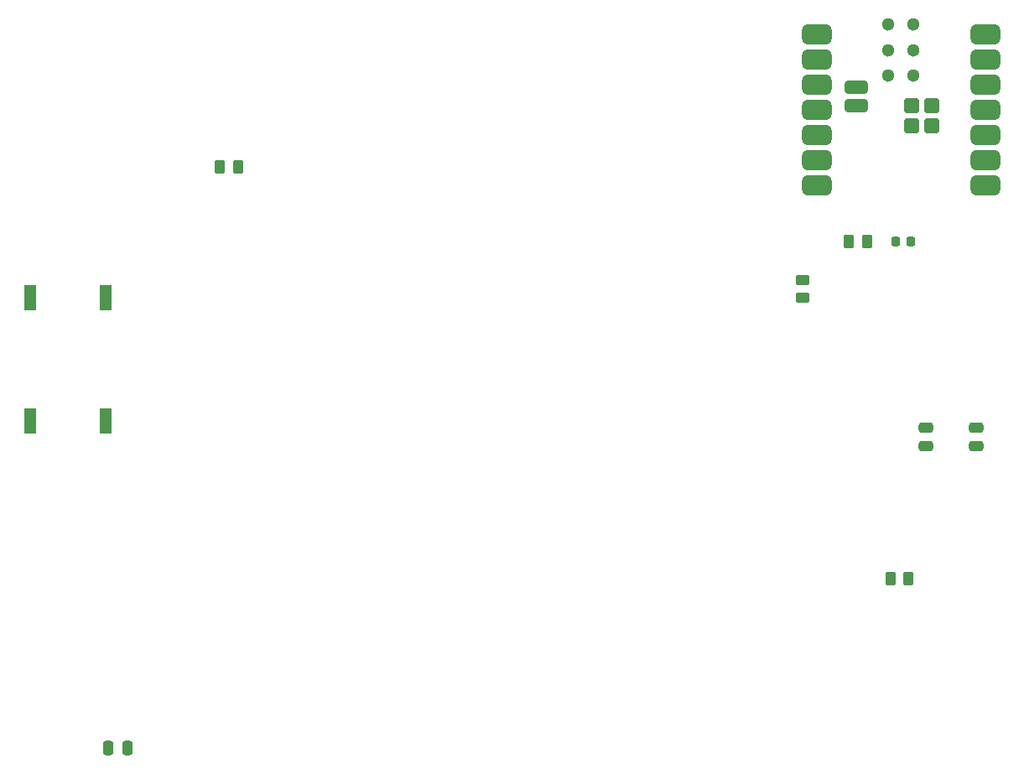
<source format=gbr>
%TF.GenerationSoftware,KiCad,Pcbnew,8.0.8*%
%TF.CreationDate,2025-02-26T13:49:19-08:00*%
%TF.ProjectId,pLUFsPCB,704c5546-7350-4434-922e-6b696361645f,1*%
%TF.SameCoordinates,Original*%
%TF.FileFunction,Paste,Top*%
%TF.FilePolarity,Positive*%
%FSLAX46Y46*%
G04 Gerber Fmt 4.6, Leading zero omitted, Abs format (unit mm)*
G04 Created by KiCad (PCBNEW 8.0.8) date 2025-02-26 13:49:19*
%MOMM*%
%LPD*%
G01*
G04 APERTURE LIST*
G04 Aperture macros list*
%AMRoundRect*
0 Rectangle with rounded corners*
0 $1 Rounding radius*
0 $2 $3 $4 $5 $6 $7 $8 $9 X,Y pos of 4 corners*
0 Add a 4 corners polygon primitive as box body*
4,1,4,$2,$3,$4,$5,$6,$7,$8,$9,$2,$3,0*
0 Add four circle primitives for the rounded corners*
1,1,$1+$1,$2,$3*
1,1,$1+$1,$4,$5*
1,1,$1+$1,$6,$7*
1,1,$1+$1,$8,$9*
0 Add four rect primitives between the rounded corners*
20,1,$1+$1,$2,$3,$4,$5,0*
20,1,$1+$1,$4,$5,$6,$7,0*
20,1,$1+$1,$6,$7,$8,$9,0*
20,1,$1+$1,$8,$9,$2,$3,0*%
G04 Aperture macros list end*
%ADD10RoundRect,0.250000X0.450000X-0.262500X0.450000X0.262500X-0.450000X0.262500X-0.450000X-0.262500X0*%
%ADD11R,1.200000X2.500000*%
%ADD12RoundRect,0.250000X-0.475000X0.250000X-0.475000X-0.250000X0.475000X-0.250000X0.475000X0.250000X0*%
%ADD13RoundRect,0.250000X-0.262500X-0.450000X0.262500X-0.450000X0.262500X0.450000X-0.262500X0.450000X0*%
%ADD14RoundRect,0.218750X-0.218750X-0.256250X0.218750X-0.256250X0.218750X0.256250X-0.218750X0.256250X0*%
%ADD15RoundRect,0.250000X-0.500000X-0.500000X0.500000X-0.500000X0.500000X0.500000X-0.500000X0.500000X0*%
%ADD16RoundRect,0.500000X-1.000000X-0.500000X1.000000X-0.500000X1.000000X0.500000X-1.000000X0.500000X0*%
%ADD17RoundRect,0.250000X-0.900000X-0.400000X0.900000X-0.400000X0.900000X0.400000X-0.900000X0.400000X0*%
%ADD18C,1.300000*%
%ADD19RoundRect,0.250000X-0.250000X-0.475000X0.250000X-0.475000X0.250000X0.475000X-0.250000X0.475000X0*%
%ADD20RoundRect,0.250000X0.262500X0.450000X-0.262500X0.450000X-0.262500X-0.450000X0.262500X-0.450000X0*%
G04 APERTURE END LIST*
D10*
%TO.C,R3*%
X102616000Y-75287500D03*
X102616000Y-77112500D03*
%TD*%
D11*
%TO.C,SW1*%
X24638000Y-77062000D03*
X24638000Y-89562000D03*
X32258000Y-77062000D03*
X32258000Y-89562000D03*
%TD*%
D12*
%TO.C,C2*%
X115062000Y-90170000D03*
X115062000Y-92070000D03*
%TD*%
D13*
%TO.C,R4*%
X111459000Y-105410000D03*
X113284000Y-105410000D03*
%TD*%
D14*
%TO.C,D1*%
X113563500Y-71374000D03*
X111988500Y-71374000D03*
%TD*%
D12*
%TO.C,C3*%
X120142000Y-90170000D03*
X120142000Y-92070000D03*
%TD*%
D13*
%TO.C,R1*%
X43791500Y-63908000D03*
X45616500Y-63908000D03*
%TD*%
D15*
%TO.C,U1*%
X113625000Y-57725000D03*
X113625000Y-59725000D03*
X115625000Y-57725000D03*
X115625000Y-59725000D03*
D16*
X104025000Y-50505000D03*
X104025000Y-53045000D03*
X104025000Y-55585000D03*
X104025000Y-58125000D03*
X104025000Y-60665000D03*
X104025000Y-63205000D03*
X104025000Y-65745000D03*
X121025000Y-65745000D03*
X121025000Y-63205000D03*
X121025000Y-60665000D03*
X121025000Y-58125000D03*
X121025000Y-55585000D03*
X121025000Y-53045000D03*
X121025000Y-50505000D03*
D17*
X108025000Y-57725000D03*
X108025000Y-55825000D03*
D18*
X111255000Y-49505000D03*
X111255000Y-52085000D03*
X111255000Y-54625000D03*
X113795000Y-54625000D03*
X113795000Y-52085000D03*
X113795000Y-49505000D03*
%TD*%
D19*
%TO.C,C1*%
X32526000Y-122584000D03*
X34426000Y-122584000D03*
%TD*%
D20*
%TO.C,R2*%
X107291500Y-71374000D03*
X109116500Y-71374000D03*
%TD*%
M02*

</source>
